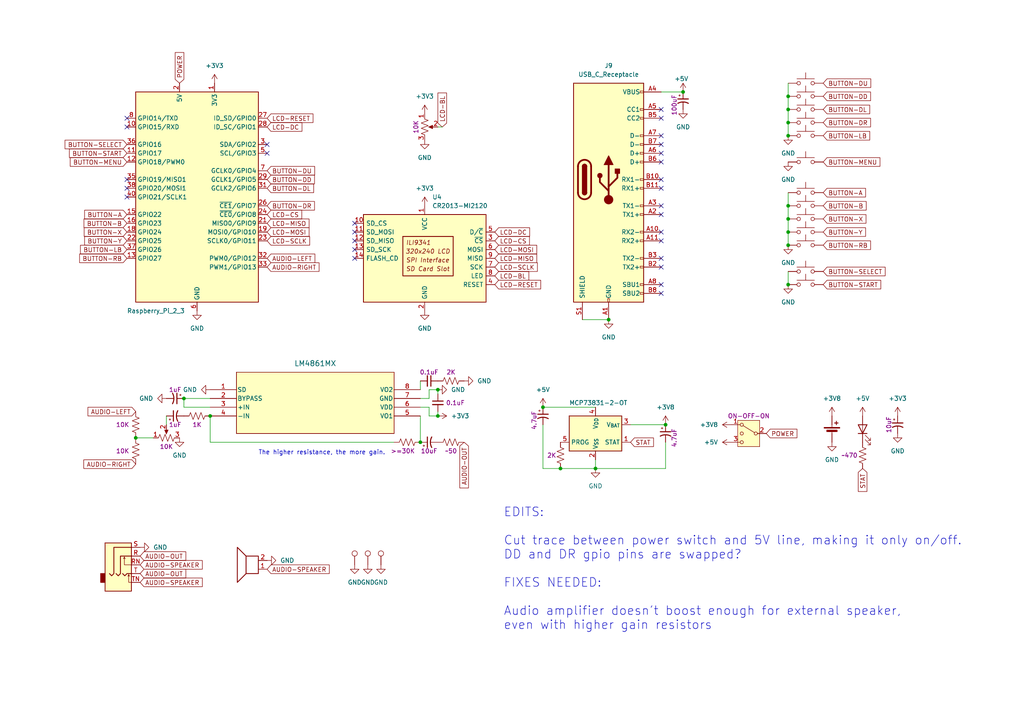
<source format=kicad_sch>
(kicad_sch (version 20230121) (generator eeschema)
  (paper "A4")
  (lib_symbols
    (symbol "Battery_Management:MCP73831-2-OT"
      (property "Reference" "U" (at -7.62 6.35 0))
      (property "Value" "MCP73831-2-OT" (at 1.27 6.35 0))
      (symbol "MCP73831-2-OT_0_1"
        (rectangle (start -7.62 5.08) (end 7.62 -5.08) (stroke (width 0.254)) (fill (type background)))
      )
      (symbol "MCP73831-2-OT_1_1"
        (pin tri_state line (at 10.16 -2.54 180) (length 2.54) (name "STAT") (number "1"))
        (pin power_in line (at 0 -7.62 90) (length 2.54) (name "V_{SS}") (number "2"))
        (pin power_out line (at 10.16 2.54 180) (length 2.54) (name "V_{BAT}") (number "3"))
        (pin power_in line (at 0 7.62 270) (length 2.54) (name "V_{DD}") (number "4"))
        (pin input line (at -10.16 -2.54 0) (length 2.54) (name "PROG") (number "5"))
      )
    )
    (symbol "Connector:Raspberry_Pi_2_3"
      (property "Reference" "J" (at -17.78 31.75 0))
      (property "Value" "Raspberry_Pi_2_3" (at 10.16 -31.75 0))
      (symbol "Raspberry_Pi_2_3_0_1"
        (rectangle (start -17.78 30.48) (end 17.78 -30.48) (stroke (width 0.254)) (fill (type background)))
      )
      (symbol "Raspberry_Pi_2_3_1_1"
        (pin power_in line (at 5.08 33.02 270) (length 2.54) (name "3V3") (number "1"))
        (pin bidirectional line (at -20.32 20.32 0) (length 2.54) (name "GPIO15/RXD") (number "10"))
        (pin bidirectional line (at -20.32 12.7 0) (length 2.54) (name "GPIO17") (number "11"))
        (pin bidirectional line (at -20.32 10.16 0) (length 2.54) (name "GPIO18/PWM0") (number "12"))
        (pin bidirectional line (at -20.32 -17.78 0) (length 2.54) (name "GPIO27") (number "13"))
        (pin passive line (at 0 -33.02 90) (length 2.54) hide (name "GND") (number "14"))
        (pin bidirectional line (at -20.32 -5.08 0) (length 2.54) (name "GPIO22") (number "15"))
        (pin bidirectional line (at -20.32 -7.62 0) (length 2.54) (name "GPIO23") (number "16"))
        (pin passive line (at 5.08 33.02 270) (length 2.54) hide (name "3V3") (number "17"))
        (pin bidirectional line (at -20.32 -10.16 0) (length 2.54) (name "GPIO24") (number "18"))
        (pin bidirectional line (at 20.32 -10.16 180) (length 2.54) (name "MOSI0/GPIO10") (number "19"))
        (pin power_in line (at -5.08 33.02 270) (length 2.54) (name "5V") (number "2"))
        (pin passive line (at 0 -33.02 90) (length 2.54) hide (name "GND") (number "20"))
        (pin bidirectional line (at 20.32 -7.62 180) (length 2.54) (name "MISO0/GPIO9") (number "21"))
        (pin bidirectional line (at -20.32 -12.7 0) (length 2.54) (name "GPIO25") (number "22"))
        (pin bidirectional line (at 20.32 -12.7 180) (length 2.54) (name "SCLK0/GPIO11") (number "23"))
        (pin bidirectional line (at 20.32 -5.08 180) (length 2.54) (name "~{CE0}/GPIO8") (number "24"))
        (pin passive line (at 0 -33.02 90) (length 2.54) hide (name "GND") (number "25"))
        (pin bidirectional line (at 20.32 -2.54 180) (length 2.54) (name "~{CE1}/GPIO7") (number "26"))
        (pin bidirectional line (at 20.32 22.86 180) (length 2.54) (name "ID_SD/GPIO0") (number "27"))
        (pin bidirectional line (at 20.32 20.32 180) (length 2.54) (name "ID_SC/GPIO1") (number "28"))
        (pin bidirectional line (at 20.32 5.08 180) (length 2.54) (name "GCLK1/GPIO5") (number "29"))
        (pin bidirectional line (at 20.32 15.24 180) (length 2.54) (name "SDA/GPIO2") (number "3"))
        (pin passive line (at 0 -33.02 90) (length 2.54) hide (name "GND") (number "30"))
        (pin bidirectional line (at 20.32 2.54 180) (length 2.54) (name "GCLK2/GPIO6") (number "31"))
        (pin bidirectional line (at 20.32 -17.78 180) (length 2.54) (name "PWM0/GPIO12") (number "32"))
        (pin bidirectional line (at 20.32 -20.32 180) (length 2.54) (name "PWM1/GPIO13") (number "33"))
        (pin passive line (at 0 -33.02 90) (length 2.54) hide (name "GND") (number "34"))
        (pin bidirectional line (at -20.32 5.08 0) (length 2.54) (name "GPIO19/MISO1") (number "35"))
        (pin bidirectional line (at -20.32 15.24 0) (length 2.54) (name "GPIO16") (number "36"))
        (pin bidirectional line (at -20.32 -15.24 0) (length 2.54) (name "GPIO26") (number "37"))
        (pin bidirectional line (at -20.32 2.54 0) (length 2.54) (name "GPIO20/MOSI1") (number "38"))
        (pin passive line (at 0 -33.02 90) (length 2.54) hide (name "GND") (number "39"))
        (pin passive line (at -5.08 33.02 270) (length 2.54) hide (name "5V") (number "4"))
        (pin bidirectional line (at -20.32 0 0) (length 2.54) (name "GPIO21/SCLK1") (number "40"))
        (pin bidirectional line (at 20.32 12.7 180) (length 2.54) (name "SCL/GPIO3") (number "5"))
        (pin power_in line (at 0 -33.02 90) (length 2.54) (name "GND") (number "6"))
        (pin bidirectional line (at 20.32 7.62 180) (length 2.54) (name "GCLK0/GPIO4") (number "7"))
        (pin bidirectional line (at -20.32 22.86 0) (length 2.54) (name "GPIO14/TXD") (number "8"))
        (pin passive line (at 0 -33.02 90) (length 2.54) hide (name "GND") (number "9"))
      )
    )
    (symbol "Connector:TestPoint" (pin_numbers hide) (pin_names (offset 0.762) hide)
      (property "Reference" "TP" (at 0 6.858 0))
      (property "Value" "TestPoint" (at 0 5.08 0))
      (symbol "TestPoint_0_1"
        (circle (center 0 3.302) (radius 0.762))
      )
      (symbol "TestPoint_1_1"
        (pin passive line (at 0 0 90) (length 2.54) (name "1") (number "1"))
      )
    )
    (symbol "Connector:USB_C_Receptacle" (pin_names (offset 1.016))
      (property "Reference" "J" (at -10.16 29.21 0))
      (property "Value" "USB_C_Receptacle" (at 10.16 29.21 0))
      (symbol "USB_C_Receptacle_0_0"
        (rectangle (start -0.254 -35.56) (end 0.254 -34.544))
        (rectangle (start 10.16 -32.766) (end 9.144 -33.274))
        (rectangle (start 10.16 -30.226) (end 9.144 -30.734))
        (rectangle (start 10.16 -25.146) (end 9.144 -25.654))
        (rectangle (start 10.16 -22.606) (end 9.144 -23.114))
        (rectangle (start 10.16 -17.526) (end 9.144 -18.034))
        (rectangle (start 10.16 -14.986) (end 9.144 -15.494))
        (rectangle (start 10.16 -9.906) (end 9.144 -10.414))
        (rectangle (start 10.16 -7.366) (end 9.144 -7.874))
        (rectangle (start 10.16 -2.286) (end 9.144 -2.794))
        (rectangle (start 10.16 0.254) (end 9.144 -0.254))
        (rectangle (start 10.16 5.334) (end 9.144 4.826))
        (rectangle (start 10.16 7.874) (end 9.144 7.366))
        (rectangle (start 10.16 10.414) (end 9.144 9.906))
        (rectangle (start 10.16 12.954) (end 9.144 12.446))
        (rectangle (start 10.16 18.034) (end 9.144 17.526))
        (rectangle (start 10.16 20.574) (end 9.144 20.066))
        (rectangle (start 10.16 25.654) (end 9.144 25.146))
      )
      (symbol "USB_C_Receptacle_0_1"
        (rectangle (start -10.16 27.94) (end 10.16 -35.56) (stroke (width 0.254)) (fill (type background)))
        (arc (start -8.89 -3.81) (mid -6.985 -5.7067) (end -5.08 -3.81) (stroke (width 0.508)))
        (arc (start -7.62 -3.81) (mid -6.985 -4.4423) (end -6.35 -3.81) (stroke (width 0.254)))
        (arc (start -7.62 -3.81) (mid -6.985 -4.4423) (end -6.35 -3.81) (stroke (width 0.254)) (fill (type outline)))
        (rectangle (start -7.62 -3.81) (end -6.35 3.81) (stroke (width 0.254)) (fill (type outline)))
        (arc (start -6.35 3.81) (mid -6.985 4.4423) (end -7.62 3.81) (stroke (width 0.254)))
        (arc (start -6.35 3.81) (mid -6.985 4.4423) (end -7.62 3.81) (stroke (width 0.254)) (fill (type outline)))
        (arc (start -5.08 3.81) (mid -6.985 5.7067) (end -8.89 3.81) (stroke (width 0.508)))
        (polyline (pts (xy -8.89 -3.81) (xy -8.89 3.81)) (stroke (width 0.508)))
        (polyline (pts (xy -5.08 3.81) (xy -5.08 -3.81)) (stroke (width 0.508)))
      )
      (symbol "USB_C_Receptacle_1_1"
        (circle (center -2.54 1.143) (radius 0.635) (stroke (width 0.254)) (fill (type outline)))
        (circle (center 0 -5.842) (radius 1.27) (fill (type outline)))
        (polyline (pts (xy 0 -5.842) (xy 0 4.318)) (stroke (width 0.508)))
        (polyline (pts (xy 0 -3.302) (xy -2.54 -0.762) (xy -2.54 0.508)) (stroke (width 0.508)))
        (polyline (pts (xy 0 -2.032) (xy 2.54 0.508) (xy 2.54 1.778)) (stroke (width 0.508)))
        (polyline (pts (xy -1.27 4.318) (xy 0 6.858) (xy 1.27 4.318) (xy -1.27 4.318)) (stroke (width 0.254)) (fill (type outline)))
        (rectangle (start 1.905 1.778) (end 3.175 3.048) (stroke (width 0.254)) (fill (type outline)))
        (pin passive line (at 0 -40.64 90) (length 5.08) (name "GND") (number "A1"))
        (pin bidirectional line (at 15.24 -15.24 180) (length 5.08) (name "RX2-") (number "A10"))
        (pin bidirectional line (at 15.24 -17.78 180) (length 5.08) (name "RX2+") (number "A11"))
        (pin passive line (at 0 -40.64 90) (length 5.08) hide (name "GND") (number "A12"))
        (pin bidirectional line (at 15.24 -10.16 180) (length 5.08) (name "TX1+") (number "A2"))
        (pin bidirectional line (at 15.24 -7.62 180) (length 5.08) (name "TX1-") (number "A3"))
        (pin passive line (at 15.24 25.4 180) (length 5.08) (name "VBUS") (number "A4"))
        (pin bidirectional line (at 15.24 20.32 180) (length 5.08) (name "CC1") (number "A5"))
        (pin bidirectional line (at 15.24 7.62 180) (length 5.08) (name "D+") (number "A6"))
        (pin bidirectional line (at 15.24 12.7 180) (length 5.08) (name "D-") (number "A7"))
        (pin bidirectional line (at 15.24 -30.48 180) (length 5.08) (name "SBU1") (number "A8"))
        (pin passive line (at 15.24 25.4 180) (length 5.08) hide (name "VBUS") (number "A9"))
        (pin passive line (at 0 -40.64 90) (length 5.08) hide (name "GND") (number "B1"))
        (pin bidirectional line (at 15.24 0 180) (length 5.08) (name "RX1-") (number "B10"))
        (pin bidirectional line (at 15.24 -2.54 180) (length 5.08) (name "RX1+") (number "B11"))
        (pin passive line (at 0 -40.64 90) (length 5.08) hide (name "GND") (number "B12"))
        (pin bidirectional line (at 15.24 -25.4 180) (length 5.08) (name "TX2+") (number "B2"))
        (pin bidirectional line (at 15.24 -22.86 180) (length 5.08) (name "TX2-") (number "B3"))
        (pin passive line (at 15.24 25.4 180) (length 5.08) hide (name "VBUS") (number "B4"))
        (pin bidirectional line (at 15.24 17.78 180) (length 5.08) (name "CC2") (number "B5"))
        (pin bidirectional line (at 15.24 5.08 180) (length 5.08) (name "D+") (number "B6"))
        (pin bidirectional line (at 15.24 10.16 180) (length 5.08) (name "D-") (number "B7"))
        (pin bidirectional line (at 15.24 -33.02 180) (length 5.08) (name "SBU2") (number "B8"))
        (pin passive line (at 15.24 25.4 180) (length 5.08) hide (name "VBUS") (number "B9"))
        (pin passive line (at -7.62 -40.64 90) (length 5.08) (name "SHIELD") (number "S1"))
      )
    )
    (symbol "Connector_Audio:AudioJack3_SwitchTR"
      (property "Reference" "J" (at 0 8.89 0))
      (property "Value" "AudioJack3_SwitchTR" (at 0 6.35 0))
      (symbol "AudioJack3_SwitchTR_0_1"
        (rectangle (start -5.08 -5.08) (end -6.35 -7.62) (stroke (width 0.254)) (fill (type outline)))
        (polyline (pts (xy 0.508 -0.254) (xy 0.762 -0.762)))
        (polyline (pts (xy 1.778 -5.334) (xy 2.032 -5.842)))
        (polyline (pts (xy 0 -5.08) (xy 0.635 -5.715) (xy 1.27 -5.08) (xy 2.54 -5.08)) (stroke (width 0.254)))
        (polyline (pts (xy 2.54 -7.62) (xy 1.778 -7.62) (xy 1.778 -5.334) (xy 1.524 -5.842)))
        (polyline (pts (xy 2.54 -2.54) (xy 0.508 -2.54) (xy 0.508 -0.254) (xy 0.254 -0.762)))
        (polyline (pts (xy -1.905 -5.08) (xy -1.27 -5.715) (xy -0.635 -5.08) (xy -0.635 0) (xy 2.54 0)) (stroke (width 0.254)))
        (polyline (pts (xy 2.54 2.54) (xy -2.54 2.54) (xy -2.54 -5.08) (xy -3.175 -5.715) (xy -3.81 -5.08)) (stroke (width 0.254)))
        (rectangle (start 2.54 3.81) (end -5.08 -10.16) (stroke (width 0.254)) (fill (type background)))
      )
      (symbol "AudioJack3_SwitchTR_1_1"
        (pin passive line (at 5.08 0 180) (length 2.54) (name "~") (number "R"))
        (pin passive line (at 5.08 -2.54 180) (length 2.54) (name "~") (number "RN"))
        (pin passive line (at 5.08 2.54 180) (length 2.54) (name "~") (number "S"))
        (pin passive line (at 5.08 -5.08 180) (length 2.54) (name "~") (number "T"))
        (pin passive line (at 5.08 -7.62 180) (length 2.54) (name "~") (number "TN"))
      )
    )
    (symbol "Device:Battery_Cell" (pin_numbers hide) (pin_names (offset 0) hide)
      (property "Reference" "BT" (at 2.54 2.54 0))
      (property "Value" "Battery_Cell" (at 2.54 0 0))
      (symbol "Battery_Cell_0_1"
        (rectangle (start -2.286 1.778) (end 2.286 1.524) (fill (type outline)))
        (rectangle (start -1.524 1.016) (end 1.524 0.508) (fill (type outline)))
        (polyline (pts (xy 0 0.762) (xy 0 0)))
        (polyline (pts (xy 0 1.778) (xy 0 2.54)))
        (polyline (pts (xy 0.762 3.048) (xy 1.778 3.048)) (stroke (width 0.254)))
        (polyline (pts (xy 1.27 3.556) (xy 1.27 2.54)) (stroke (width 0.254)))
      )
      (symbol "Battery_Cell_1_1"
        (pin passive line (at 0 5.08 270) (length 2.54) (name "+") (number "1"))
        (pin passive line (at 0 -2.54 90) (length 2.54) (name "-") (number "2"))
      )
    )
    (symbol "Device:C_Polarized_Small_US" (pin_numbers hide) (pin_names (offset 0.254) hide)
      (property "Reference" "C" (at 0.254 1.778 0))
      (property "Value" "C_Polarized_Small_US" (at 0.254 -2.032 0))
      (symbol "C_Polarized_Small_US_0_1"
        (polyline (pts (xy -1.524 0.508) (xy 1.524 0.508)) (stroke (width 0.3048)))
        (polyline (pts (xy -1.27 1.524) (xy -0.762 1.524)))
        (polyline (pts (xy -1.016 1.27) (xy -1.016 1.778)))
        (arc (start 1.524 -0.762) (mid 0 -0.3734) (end -1.524 -0.762) (stroke (width 0.3048)))
      )
      (symbol "C_Polarized_Small_US_1_1"
        (pin passive line (at 0 2.54 270) (length 2.032) (name "~") (number "1"))
        (pin passive line (at 0 -2.54 90) (length 2.032) (name "~") (number "2"))
      )
    )
    (symbol "Device:C_Small" (pin_numbers hide) (pin_names (offset 0.254) hide)
      (property "Reference" "C" (at 0.254 1.778 0))
      (property "Value" "C_Small" (at 0.254 -2.032 0))
      (symbol "C_Small_0_1"
        (polyline (pts (xy -1.524 -0.508) (xy 1.524 -0.508)) (stroke (width 0.3302)))
        (polyline (pts (xy -1.524 0.508) (xy 1.524 0.508)) (stroke (width 0.3048)))
      )
      (symbol "C_Small_1_1"
        (pin passive line (at 0 2.54 270) (length 2.032) (name "~") (number "1"))
        (pin passive line (at 0 -2.54 90) (length 2.032) (name "~") (number "2"))
      )
    )
    (symbol "Device:LED" (pin_numbers hide) (pin_names (offset 1.016) hide)
      (property "Reference" "D" (at 0 2.54 0))
      (property "Value" "LED" (at 0 -2.54 0))
      (symbol "LED_0_1"
        (polyline (pts (xy -1.27 -1.27) (xy -1.27 1.27)) (stroke (width 0.254)))
        (polyline (pts (xy -1.27 0) (xy 1.27 0)))
        (polyline (pts (xy 1.27 -1.27) (xy 1.27 1.27) (xy -1.27 0) (xy 1.27 -1.27)) (stroke (width 0.254)))
        (polyline (pts (xy -3.048 -0.762) (xy -4.572 -2.286) (xy -3.81 -2.286) (xy -4.572 -2.286) (xy -4.572 -1.524)))
        (polyline (pts (xy -1.778 -0.762) (xy -3.302 -2.286) (xy -2.54 -2.286) (xy -3.302 -2.286) (xy -3.302 -1.524)))
      )
      (symbol "LED_1_1"
        (pin passive line (at -3.81 0 0) (length 2.54) (name "K") (number "1"))
        (pin passive line (at 3.81 0 180) (length 2.54) (name "A") (number "2"))
      )
    )
    (symbol "Device:R_Potentiometer_US" (pin_names (offset 1.016) hide)
      (property "Reference" "RV" (at -4.445 0 90))
      (property "Value" "R_Potentiometer_US" (at -2.54 0 90))
      (symbol "R_Potentiometer_US_0_1"
        (polyline (pts (xy 0 -2.286) (xy 0 -2.54)))
        (polyline (pts (xy 0 2.54) (xy 0 2.286)))
        (polyline (pts (xy 2.54 0) (xy 1.524 0)))
        (polyline (pts (xy 1.143 0) (xy 2.286 0.508) (xy 2.286 -0.508) (xy 1.143 0)) (fill (type outline)))
        (polyline (pts (xy 0 -0.762) (xy 1.016 -1.143) (xy 0 -1.524) (xy -1.016 -1.905) (xy 0 -2.286)))
        (polyline (pts (xy 0 0.762) (xy 1.016 0.381) (xy 0 0) (xy -1.016 -0.381) (xy 0 -0.762)))
        (polyline (pts (xy 0 2.286) (xy 1.016 1.905) (xy 0 1.524) (xy -1.016 1.143) (xy 0 0.762)))
      )
      (symbol "R_Potentiometer_US_1_1"
        (pin passive line (at 0 3.81 270) (length 1.27) (name "1") (number "1"))
        (pin passive line (at 3.81 0 180) (length 1.27) (name "2") (number "2"))
        (pin passive line (at 0 -3.81 90) (length 1.27) (name "3") (number "3"))
      )
    )
    (symbol "Device:R_US" (pin_numbers hide) (pin_names (offset 0))
      (property "Reference" "R" (at 2.54 0 90))
      (property "Value" "R_US" (at -2.54 0 90))
      (symbol "R_US_0_1"
        (polyline (pts (xy 0 -2.286) (xy 0 -2.54)))
        (polyline (pts (xy 0 2.286) (xy 0 2.54)))
        (polyline (pts (xy 0 -0.762) (xy 1.016 -1.143) (xy 0 -1.524) (xy -1.016 -1.905) (xy 0 -2.286)))
        (polyline (pts (xy 0 0.762) (xy 1.016 0.381) (xy 0 0) (xy -1.016 -0.381) (xy 0 -0.762)))
        (polyline (pts (xy 0 2.286) (xy 1.016 1.905) (xy 0 1.524) (xy -1.016 1.143) (xy 0 0.762)))
      )
      (symbol "R_US_1_1"
        (pin passive line (at 0 3.81 270) (length 1.27) (name "~") (number "1"))
        (pin passive line (at 0 -3.81 90) (length 1.27) (name "~") (number "2"))
      )
    )
    (symbol "Device:Speaker" (pin_names (offset 0) hide)
      (property "Reference" "LS" (at 1.27 5.715 0))
      (property "Value" "Speaker" (at 1.27 3.81 0))
      (symbol "Speaker_0_0"
        (rectangle (start -2.54 1.27) (end 1.016 -3.81) (stroke (width 0.254)))
        (polyline (pts (xy 1.016 1.27) (xy 3.556 3.81) (xy 3.556 -6.35) (xy 1.016 -3.81)) (stroke (width 0.254)))
      )
      (symbol "Speaker_1_1"
        (pin input line (at -5.08 0 0) (length 2.54) (name "1") (number "1"))
        (pin input line (at -5.08 -2.54 0) (length 2.54) (name "2") (number "2"))
      )
    )
    (symbol "Driver_Display:CR2013-MI2120" (pin_names (offset 0.762))
      (property "Reference" "U" (at -17.526 13.97 0))
      (property "Value" "CR2013-MI2120" (at 1.905 13.97 0))
      (symbol "CR2013-MI2120_0_0"
        (text "320x240 LCD" (at 0.889 2.032 0) (effects (font (size 1.27 1.27) italic)))
        (text "ILI9341" (at -5.461 4.572 0) (effects (font (size 1.27 1.27) italic) (justify left)))
        (text "SD Card Slot" (at -5.461 -3.048 0) (effects (font (size 1.27 1.27) italic) (justify left)))
        (text "SPI Interface" (at -5.461 -0.508 0) (effects (font (size 1.27 1.27) italic) (justify left)))
      )
      (symbol "CR2013-MI2120_0_1"
        (rectangle (start -17.78 12.7) (end 17.78 -12.7) (stroke (width 0.254)) (fill (type background)))
        (rectangle (start -6.35 6.35) (end 8.255 -5.08) (stroke (width 0.254)))
      )
      (symbol "CR2013-MI2120_1_1"
        (pin power_in line (at 0 15.24 270) (length 2.54) (name "VCC") (number "1"))
        (pin input line (at -20.32 10.16 0) (length 2.54) (name "SD_CS") (number "10"))
        (pin input line (at -20.32 7.62 0) (length 2.54) (name "SD_MOSI") (number "11"))
        (pin output line (at -20.32 5.08 0) (length 2.54) (name "SD_MISO") (number "12"))
        (pin input line (at -20.32 2.54 0) (length 2.54) (name "SD_SCK") (number "13"))
        (pin input line (at -20.32 0 0) (length 2.54) (name "FLASH_CD") (number "14"))
        (pin power_in line (at 0 -15.24 90) (length 2.54) (name "GND") (number "2"))
        (pin input line (at 20.32 5.08 180) (length 2.54) (name "~{CS}") (number "3"))
        (pin input line (at 20.32 -7.62 180) (length 2.54) (name "RESET") (number "4"))
        (pin input line (at 20.32 7.62 180) (length 2.54) (name "D/~{C}") (number "5"))
        (pin input line (at 20.32 2.54 180) (length 2.54) (name "MOSI") (number "6"))
        (pin input line (at 20.32 -2.54 180) (length 2.54) (name "SCK") (number "7"))
        (pin input line (at 20.32 -5.08 180) (length 2.54) (name "LED") (number "8"))
        (pin output line (at 20.32 0 180) (length 2.54) (name "MISO") (number "9"))
      )
    )
    (symbol "LM4861:LM4861MX" (pin_names (offset 0.254))
      (property "Reference" "U3" (at 30.48 10.16 0))
      (property "Value" "LM4861MX" (at 30.48 7.62 0))
      (symbol "LM4861MX_0_1"
        (polyline (pts (xy 7.62 -12.7) (xy 53.34 -12.7)) (stroke (width 0.127)))
        (polyline (pts (xy 7.62 5.08) (xy 7.62 -12.7)) (stroke (width 0.127)))
        (polyline (pts (xy 53.34 -12.7) (xy 53.34 5.08)) (stroke (width 0.127)))
        (polyline (pts (xy 53.34 5.08) (xy 7.62 5.08)) (stroke (width 0.127)))
        (pin input line (at 0 0 0) (length 7.62) (name "SD") (number "1"))
        (pin passive line (at 0 -2.54 0) (length 7.62) (name "BYPASS") (number "2"))
        (pin input line (at 0 -5.08 0) (length 7.62) (name "+IN") (number "3"))
        (pin input line (at 0 -7.62 0) (length 7.62) (name "-IN") (number "4"))
        (pin output line (at 60.96 -7.62 180) (length 7.62) (name "VO1") (number "5"))
        (pin power_in line (at 60.96 -5.08 180) (length 7.62) (name "VDD") (number "6"))
        (pin power_in line (at 60.96 -2.54 180) (length 7.62) (name "GND") (number "7"))
        (pin output line (at 60.96 0 180) (length 7.62) (name "VO2") (number "8"))
      )
      (symbol "LM4861MX_1_1"
        (rectangle (start 7.62 5.08) (end 53.34 -12.7) (fill (type background)))
      )
    )
    (symbol "Switch:SW_Push" (pin_numbers hide) (pin_names (offset 1.016) hide)
      (property "Reference" "SW" (at 1.27 2.54 0))
      (property "Value" "SW_Push" (at 0 -1.524 0))
      (symbol "SW_Push_0_1"
        (circle (center -2.032 0) (radius 0.508))
        (polyline (pts (xy 0 1.27) (xy 0 3.048)))
        (polyline (pts (xy 2.54 1.27) (xy -2.54 1.27)))
        (circle (center 2.032 0) (radius 0.508))
        (pin passive line (at -5.08 0 0) (length 2.54) (name "1") (number "1"))
        (pin passive line (at 5.08 0 180) (length 2.54) (name "2") (number "2"))
      )
    )
    (symbol "Switch:SW_SPDT_MSM" (pin_names (offset 0) hide)
      (property "Reference" "SW" (at 0 5.08 0))
      (property "Value" "SW_SPDT_MSM" (at 0 -5.08 0))
      (symbol "SW_SPDT_MSM_0_1"
        (circle (center -2.032 0) (radius 0.4572))
        (polyline (pts (xy -1.651 0.254) (xy 1.651 2.286)))
        (circle (center 2.032 -2.54) (radius 0.4572))
        (circle (center 2.032 0) (radius 0.4572))
        (circle (center 2.032 2.54) (radius 0.4572))
      )
      (symbol "SW_SPDT_MSM_1_1"
        (rectangle (start -3.175 3.81) (end 3.175 -3.81) (fill (type background)))
        (pin passive line (at 5.08 2.54 180) (length 2.54) (name "1") (number "1"))
        (pin passive line (at -5.08 0 0) (length 2.54) (name "3") (number "2"))
        (pin passive line (at 5.08 -2.54 180) (length 2.54) (name "4") (number "3"))
      )
    )
    (symbol "power:+3V3" (power) (pin_names (offset 0))
      (property "Value" "+3V3" (at 0 3.556 0))
      (symbol "+3V3_0_1"
        (polyline (pts (xy -0.762 1.27) (xy 0 2.54)))
        (polyline (pts (xy 0 0) (xy 0 2.54)))
        (polyline (pts (xy 0 2.54) (xy 0.762 1.27)))
      )
      (symbol "+3V3_1_1"
        (pin power_in line (at 0 0 90) (length 0) hide (name "+3V3") (number "1"))
      )
    )
    (symbol "power:+3V8" (power) (pin_names (offset 0))
      (property "Value" "+3V8" (at 0 3.556 0))
      (symbol "+3V8_0_1"
        (polyline (pts (xy -0.762 1.27) (xy 0 2.54)))
        (polyline (pts (xy 0 0) (xy 0 2.54)))
        (polyline (pts (xy 0 2.54) (xy 0.762 1.27)))
      )
      (symbol "+3V8_1_1"
        (pin power_in line (at 0 0 90) (length 0) hide (name "+3V8") (number "1"))
      )
    )
    (symbol "power:+5V" (power) (pin_names (offset 0))
      (property "Value" "+5V" (at 0 3.556 0))
      (symbol "+5V_0_1"
        (polyline (pts (xy -0.762 1.27) (xy 0 2.54)))
        (polyline (pts (xy 0 0) (xy 0 2.54)))
        (polyline (pts (xy 0 2.54) (xy 0.762 1.27)))
      )
      (symbol "+5V_1_1"
        (pin power_in line (at 0 0 90) (length 0) hide (name "+5V") (number "1"))
      )
    )
    (symbol "power:GND" (power) (pin_names (offset 0))
      (property "Value" "GND" (at 0 -3.81 0))
      (symbol "GND_0_1"
        (polyline (pts (xy 0 0) (xy 0 -1.27) (xy 1.27 -1.27) (xy 0 -2.54) (xy -1.27 -1.27) (xy 0 -1.27)))
      )
      (symbol "GND_1_1"
        (pin power_in line (at 0 0 270) (length 0) hide (name "GND") (number "1"))
      )
    )
  )
  (junction (at 157.48 118.11))
  (junction (at 60.96 120.65))
  (junction (at 162.56 135.89))
  (junction (at 228.6 27.94))
  (junction (at 193.04 123.19))
  (junction (at 127 120.65))
  (junction (at 228.6 59.69))
  (junction (at 172.72 135.89))
  (junction (at 228.6 82.55))
  (junction (at 198.12 26.67))
  (junction (at 176.53 92.71))
  (junction (at 121.92 128.27))
  (junction (at 53.34 115.57))
  (junction (at 228.6 63.5))
  (junction (at 39.37 127))
  (junction (at 127 113.03))
  (junction (at 228.6 39.37))
  (junction (at 228.6 67.31))
  (junction (at 228.6 71.12))
  (junction (at 228.6 35.56))
  (junction (at 228.6 31.75))
  (no_connect (at 191.77 77.47))
  (no_connect (at 102.87 64.77))
  (no_connect (at 191.77 52.07))
  (no_connect (at 191.77 34.29))
  (no_connect (at 191.77 69.85))
  (no_connect (at 191.77 67.31))
  (no_connect (at 102.87 69.85))
  (no_connect (at 191.77 74.93))
  (no_connect (at 36.83 36.83))
  (no_connect (at 191.77 41.91))
  (no_connect (at 36.83 57.15))
  (no_connect (at 102.87 67.31))
  (no_connect (at 77.47 41.91))
  (no_connect (at 191.77 39.37))
  (no_connect (at 191.77 62.23))
  (no_connect (at 191.77 82.55))
  (no_connect (at 36.83 34.29))
  (no_connect (at 191.77 46.99))
  (no_connect (at 102.87 72.39))
  (no_connect (at 191.77 85.09))
  (no_connect (at 77.47 44.45))
  (no_connect (at 36.83 54.61))
  (no_connect (at 191.77 59.69))
  (no_connect (at 191.77 31.75))
  (no_connect (at 191.77 44.45))
  (no_connect (at 102.87 74.93))
  (no_connect (at 191.77 54.61))
  (no_connect (at 36.83 52.07))
  (wire (pts (xy 128.27 36.83) (xy 127 36.83)))
  (wire (pts (xy 157.48 118.11) (xy 172.72 118.11)))
  (wire (pts (xy 124.46 120.65) (xy 127 120.65)))
  (wire (pts (xy 39.37 127) (xy 44.45 127)))
  (wire (pts (xy 191.77 26.67) (xy 198.12 26.67)))
  (wire (pts (xy 228.6 31.75) (xy 228.6 27.94)))
  (wire (pts (xy 162.56 135.89) (xy 172.72 135.89)))
  (wire (pts (xy 124.46 118.11) (xy 121.92 118.11)))
  (wire (pts (xy 228.6 67.31) (xy 228.6 63.5)))
  (wire (pts (xy 60.96 118.11) (xy 53.34 118.11)))
  (wire (pts (xy 124.46 115.57) (xy 124.46 113.03)))
  (wire (pts (xy 228.6 35.56) (xy 228.6 31.75)))
  (wire (pts (xy 172.72 135.89) (xy 172.72 133.35)))
  (wire (pts (xy 193.04 128.27) (xy 193.04 135.89)))
  (wire (pts (xy 228.6 82.55) (xy 228.6 78.74)))
  (wire (pts (xy 114.3 128.27) (xy 60.96 128.27)))
  (wire (pts (xy 127 120.65) (xy 127 119.38)))
  (wire (pts (xy 157.48 123.19) (xy 157.48 135.89)))
  (wire (pts (xy 60.96 115.57) (xy 53.34 115.57)))
  (wire (pts (xy 121.92 110.49) (xy 121.92 113.03)))
  (wire (pts (xy 193.04 135.89) (xy 172.72 135.89)))
  (wire (pts (xy 228.6 59.69) (xy 228.6 55.88)))
  (wire (pts (xy 127 113.03) (xy 127 114.3)))
  (wire (pts (xy 124.46 115.57) (xy 121.92 115.57)))
  (wire (pts (xy 228.6 63.5) (xy 228.6 59.69)))
  (wire (pts (xy 228.6 67.31) (xy 228.6 71.12)))
  (wire (pts (xy 124.46 118.11) (xy 124.46 120.65)))
  (wire (pts (xy 60.96 128.27) (xy 60.96 120.65)))
  (wire (pts (xy 53.34 115.57) (xy 53.34 118.11)))
  (wire (pts (xy 228.6 35.56) (xy 228.6 39.37)))
  (wire (pts (xy 48.26 120.65) (xy 48.26 123.19)))
  (wire (pts (xy 176.53 92.71) (xy 168.91 92.71)))
  (wire (pts (xy 193.04 123.19) (xy 182.88 123.19)))
  (wire (pts (xy 228.6 27.94) (xy 228.6 24.13)))
  (wire (pts (xy 121.92 120.65) (xy 121.92 128.27)))
  (wire (pts (xy 157.48 135.89) (xy 162.56 135.89)))
  (wire (pts (xy 124.46 113.03) (xy 127 113.03)))
  (text "The higher resistance, the more gain." (at 74.93 132.08 0) (effects (font (size 1.27 1.27)) (justify left bottom)))
  (text "EDITS:\n\nCut trace between power switch and 5V line, making it only on/off.\nDD and DR gpio pins are swapped?\n\nFIXES NEEDED:\n\nAudio amplifier doesn't boost enough for external speaker,\neven with higher gain resistors" (at 146.05 182.88 0) (effects (font (size 2.54 2.54)) (justify left bottom)))
  (global_label "AUDIO-SPEAKER" (shape input) (at 40.64 163.83 0) (property "Intersheetrefs" "${INTERSHEET_REFS}" (effects hide)))
  (global_label "BUTTON-SELECT" (shape input) (at 36.83 41.91 180) (property "Intersheetrefs" "${INTERSHEET_REFS}" (effects hide)))
  (global_label "BUTTON-DL" (shape input) (at 77.47 54.61 0) (property "Intersheetrefs" "${INTERSHEET_REFS}" (effects hide)))
  (global_label "BUTTON-B" (shape input) (at 238.76 59.69 0) (property "Intersheetrefs" "${INTERSHEET_REFS}" (effects hide)))
  (global_label "AUDIO-OUT" (shape input) (at 40.64 161.29 0) (property "Intersheetrefs" "${INTERSHEET_REFS}" (effects hide)))
  (global_label "BUTTON-LB" (shape input) (at 36.83 72.39 180) (property "Intersheetrefs" "${INTERSHEET_REFS}" (effects hide)))
  (global_label "LCD-MISO" (shape input) (at 77.47 64.77 0) (property "Intersheetrefs" "${INTERSHEET_REFS}" (effects hide)))
  (global_label "LCD-SCLK" (shape input) (at 77.47 69.85 0) (property "Intersheetrefs" "${INTERSHEET_REFS}" (effects hide)))
  (global_label "AUDIO-OUT" (shape input) (at 40.64 166.37 0) (property "Intersheetrefs" "${INTERSHEET_REFS}" (effects hide)))
  (global_label "LCD-MOSI" (shape input) (at 143.51 72.39 0) (property "Intersheetrefs" "${INTERSHEET_REFS}" (effects hide)))
  (global_label "BUTTON-B" (shape input) (at 36.83 64.77 180) (property "Intersheetrefs" "${INTERSHEET_REFS}" (effects hide)))
  (global_label "BUTTON-X" (shape input) (at 238.76 63.5 0) (property "Intersheetrefs" "${INTERSHEET_REFS}" (effects hide)))
  (global_label "STAT" (shape input) (at 182.88 128.27 0) (property "Intersheetrefs" "${INTERSHEET_REFS}" (effects hide)))
  (global_label "BUTTON-Y" (shape input) (at 36.83 69.85 180) (property "Intersheetrefs" "${INTERSHEET_REFS}" (effects hide)))
  (global_label "BUTTON-A" (shape input) (at 238.76 55.88 0) (property "Intersheetrefs" "${INTERSHEET_REFS}" (effects hide)))
  (global_label "BUTTON-DR" (shape input) (at 238.76 35.56 0) (property "Intersheetrefs" "${INTERSHEET_REFS}" (effects hide)))
  (global_label "AUDIO-LEFT" (shape input) (at 77.47 74.93 0) (property "Intersheetrefs" "${INTERSHEET_REFS}" (effects hide)))
  (global_label "LCD-CS" (shape input) (at 143.51 69.85 0) (property "Intersheetrefs" "${INTERSHEET_REFS}" (effects hide)))
  (global_label "BUTTON-START" (shape input) (at 36.83 44.45 180) (property "Intersheetrefs" "${INTERSHEET_REFS}" (effects hide)))
  (global_label "AUDIO-RIGHT" (shape input) (at 39.37 134.62 180) (property "Intersheetrefs" "${INTERSHEET_REFS}" (effects hide)))
  (global_label "AUDIO-RIGHT" (shape input) (at 77.47 77.47 0) (property "Intersheetrefs" "${INTERSHEET_REFS}" (effects hide)))
  (global_label "BUTTON-MENU" (shape input) (at 238.76 46.99 0) (property "Intersheetrefs" "${INTERSHEET_REFS}" (effects hide)))
  (global_label "BUTTON-RB" (shape input) (at 36.83 74.93 180) (property "Intersheetrefs" "${INTERSHEET_REFS}" (effects hide)))
  (global_label "BUTTON-DU" (shape input) (at 77.47 49.53 0) (property "Intersheetrefs" "${INTERSHEET_REFS}" (effects hide)))
  (global_label "BUTTON-START" (shape input) (at 238.76 82.55 0) (property "Intersheetrefs" "${INTERSHEET_REFS}" (effects hide)))
  (global_label "BUTTON-DD" (shape input) (at 238.76 27.94 0) (property "Intersheetrefs" "${INTERSHEET_REFS}" (effects hide)))
  (global_label "BUTTON-A" (shape input) (at 36.83 62.23 180) (property "Intersheetrefs" "${INTERSHEET_REFS}" (effects hide)))
  (global_label "AUDIO-SPEAKER" (shape input) (at 77.47 165.1 0) (property "Intersheetrefs" "${INTERSHEET_REFS}" (effects hide)))
  (global_label "BUTTON-SELECT" (shape input) (at 238.76 78.74 0) (property "Intersheetrefs" "${INTERSHEET_REFS}" (effects hide)))
  (global_label "LCD-BL" (shape input) (at 143.51 80.01 0) (property "Intersheetrefs" "${INTERSHEET_REFS}" (effects hide)))
  (global_label "POWER" (shape input) (at 222.25 125.73 0) (property "Intersheetrefs" "${INTERSHEET_REFS}" (effects hide)))
  (global_label "BUTTON-DR" (shape input) (at 77.47 59.69 0) (property "Intersheetrefs" "${INTERSHEET_REFS}" (effects hide)))
  (global_label "LCD-DC" (shape input) (at 77.47 36.83 0) (property "Intersheetrefs" "${INTERSHEET_REFS}" (effects hide)))
  (global_label "BUTTON-LB" (shape input) (at 238.76 39.37 0) (property "Intersheetrefs" "${INTERSHEET_REFS}" (effects hide)))
  (global_label "BUTTON-DU" (shape input) (at 238.76 24.13 0) (property "Intersheetrefs" "${INTERSHEET_REFS}" (effects hide)))
  (global_label "LCD-DC" (shape input) (at 143.51 67.31 0) (property "Intersheetrefs" "${INTERSHEET_REFS}" (effects hide)))
  (global_label "LCD-MOSI" (shape input) (at 77.47 67.31 0) (property "Intersheetrefs" "${INTERSHEET_REFS}" (effects hide)))
  (global_label "LCD-RESET" (shape input) (at 143.51 82.55 0) (property "Intersheetrefs" "${INTERSHEET_REFS}" (effects hide)))
  (global_label "BUTTON-RB" (shape input) (at 238.76 71.12 0) (property "Intersheetrefs" "${INTERSHEET_REFS}" (effects hide)))
  (global_label "BUTTON-DD" (shape input) (at 77.47 52.07 0) (property "Intersheetrefs" "${INTERSHEET_REFS}" (effects hide)))
  (global_label "LCD-BL" (shape input) (at 128.27 36.83 90) (property "Intersheetrefs" "${INTERSHEET_REFS}" (effects hide)))
  (global_label "AUDIO-OUT" (shape input) (at 134.62 128.27 270) (property "Intersheetrefs" "${INTERSHEET_REFS}" (effects hide)))
  (global_label "LCD-MISO" (shape input) (at 143.51 74.93 0) (property "Intersheetrefs" "${INTERSHEET_REFS}" (effects hide)))
  (global_label "BUTTON-MENU" (shape input) (at 36.83 46.99 180) (property "Intersheetrefs" "${INTERSHEET_REFS}" (effects hide)))
  (global_label "BUTTON-DL" (shape input) (at 238.76 31.75 0) (property "Intersheetrefs" "${INTERSHEET_REFS}" (effects hide)))
  (global_label "BUTTON-Y" (shape input) (at 238.76 67.31 0) (property "Intersheetrefs" "${INTERSHEET_REFS}" (effects hide)))
  (global_label "LCD-RESET" (shape input) (at 77.47 34.29 0) (property "Intersheetrefs" "${INTERSHEET_REFS}" (effects hide)))
  (global_label "STAT" (shape input) (at 250.19 135.89 270) (property "Intersheetrefs" "${INTERSHEET_REFS}" (effects hide)))
  (global_label "LCD-CS" (shape input) (at 77.47 62.23 0) (property "Intersheetrefs" "${INTERSHEET_REFS}" (effects hide)))
  (global_label "BUTTON-X" (shape input) (at 36.83 67.31 180) (property "Intersheetrefs" "${INTERSHEET_REFS}" (effects hide)))
  (global_label "POWER" (shape input) (at 52.07 24.13 90) (property "Intersheetrefs" "${INTERSHEET_REFS}" (effects hide)))
  (global_label "AUDIO-LEFT" (shape input) (at 39.37 119.38 180) (property "Intersheetrefs" "${INTERSHEET_REFS}" (effects hide)))
  (global_label "AUDIO-SPEAKER" (shape input) (at 40.64 168.91 0) (property "Intersheetrefs" "${INTERSHEET_REFS}" (effects hide)))
  (global_label "LCD-SCLK" (shape input) (at 143.51 77.47 0) (property "Intersheetrefs" "${INTERSHEET_REFS}" (effects hide)))
  (symbol (lib_id "Device:C_Small") (at 124.46 110.49 270) (unit 1)
    (property "Reference" "C7" (effects hide))
    (property "Value" "C_Small" (effects hide))
    (property "Footprint" "Capacitor_SMD:C_1206_3216Metric_Pad1.33x1.80mm_HandSolder" (effects hide))
    (property "Field4" "0.1uF" (at 124.46 107.95 90))
  )
  (symbol (lib_id "power:GND") (at 260.35 125.73 0) (unit 1)
    (property "Reference" "#PWR055" (effects hide))
    (property "Value" "GND" (at 260.35 130.81 0))
  )
  (symbol (lib_id "Device:R_US") (at 162.56 132.08 0) (unit 1)
    (property "Reference" "R1" (effects hide))
    (property "Value" "R_US" (effects hide))
    (property "Footprint" "Resistor_SMD:R_1206_3216Metric_Pad1.30x1.75mm_HandSolder" (effects hide))
    (property "Field4" "2K" (at 160.02 132.08 0))
  )
  (symbol (lib_id "power:+3V3") (at 123.19 59.69 0) (unit 1)
    (property "Reference" "#PWR026" (effects hide))
    (property "Value" "+3V3" (at 123.19 54.61 0))
  )
  (symbol (lib_id "Connector:TestPoint") (at 106.68 163.83 0) (unit 1)
    (property "Reference" "TP3" (effects hide))
    (property "Value" "TestPoint" (effects hide))
    (property "Footprint" "RPi02W-PeanutGB:ScrewHole-RPiZero" (effects hide))
  )
  (symbol (lib_id "power:+5V") (at 198.12 26.67 0) (unit 1)
    (property "Reference" "#PWR023" (effects hide))
    (property "Value" "+5V" (at 195.58 22.86 0) (effects (justify left)))
  )
  (symbol (lib_id "power:GND") (at 123.19 40.64 0) (unit 1)
    (property "Reference" "#PWR014" (effects hide))
    (property "Value" "GND" (at 123.19 45.72 0))
  )
  (symbol (lib_id "Device:C_Polarized_Small_US") (at 50.8 115.57 270) (unit 1)
    (property "Reference" "C4" (effects hide))
    (property "Value" "C_Polarized_Small_US" (effects hide))
    (property "Footprint" "Capacitor_SMD:CP_Elec_4x5.8" (effects hide))
    (property "Field4" "1uF" (at 50.8 113.03 90))
  )
  (symbol (lib_id "power:GND") (at 40.64 158.75 90) (unit 1)
    (property "Reference" "#PWR020" (effects hide))
    (property "Value" "GND" (at 44.45 158.75 90) (effects (justify right)))
  )
  (symbol (lib_id "power:GND") (at 198.12 31.75 0) (unit 1)
    (property "Reference" "#PWR053" (effects hide))
    (property "Value" "GND" (at 198.12 36.83 0))
  )
  (symbol (lib_id "power:+3V3") (at 62.23 24.13 0) (unit 1)
    (property "Reference" "#PWR01" (effects hide))
    (property "Value" "+3V3" (at 62.23 19.05 0))
  )
  (symbol (lib_id "Switch:SW_Push") (at 233.68 35.56 0) (unit 1)
    (property "Reference" "SW5" (effects hide))
    (property "Value" "SW_Push" (effects hide))
    (property "Footprint" "Button_Switch_THT:SW_PUSH_6mm" (effects hide))
  )
  (symbol (lib_id "Switch:SW_SPDT_MSM") (at 217.17 125.73 0) (mirror y) (unit 1)
    (property "Reference" "SW1" (effects hide))
    (property "Value" "SW_SPDT_MSM" (effects hide))
    (property "Footprint" "RPi02W-PeanutGB:48BFSP1M6QT" (effects hide))
    (property "Field4" "ON-OFF-ON" (at 217.17 120.65 0))
  )
  (symbol (lib_id "Device:C_Small") (at 127 116.84 0) (unit 1)
    (property "Reference" "C6" (effects hide))
    (property "Value" "C_Small" (effects hide))
    (property "Footprint" "Capacitor_SMD:C_1206_3216Metric_Pad1.33x1.80mm_HandSolder" (effects hide))
    (property "Field4" "0.1uF" (at 132.08 116.84 0))
  )
  (symbol (lib_id "Device:C_Polarized_Small_US") (at 50.8 120.65 90) (unit 1)
    (property "Reference" "C3" (effects hide))
    (property "Value" "C_Polarized_Small_US" (effects hide))
    (property "Footprint" "Capacitor_SMD:CP_Elec_4x5.8" (effects hide))
    (property "Field4" "1uF" (at 50.8 123.19 90))
  )
  (symbol (lib_id "power:+3V3") (at 260.35 120.65 0) (unit 1)
    (property "Reference" "#PWR054" (effects hide))
    (property "Value" "+3V3" (at 260.35 115.57 0))
  )
  (symbol (lib_id "power:GND") (at 228.6 82.55 0) (unit 1)
    (property "Reference" "#PWR025" (effects hide))
    (property "Value" "GND" (at 228.6 87.63 0))
  )
  (symbol (lib_id "Switch:SW_Push") (at 233.68 71.12 0) (unit 1)
    (property "Reference" "SW11" (effects hide))
    (property "Value" "SW_Push" (effects hide))
    (property "Footprint" "Button_Switch_THT:SW_Tactile_SPST_Angled_PTS645Vx83-2LFS" (effects hide))
  )
  (symbol (lib_id "Device:R_US") (at 39.37 123.19 0) (unit 1)
    (property "Reference" "R3" (effects hide))
    (property "Value" "R_US" (effects hide))
    (property "Footprint" "Resistor_SMD:R_1206_3216Metric_Pad1.30x1.75mm_HandSolder" (effects hide))
    (property "Field4" "10K" (at 35.56 123.19 0))
  )
  (symbol (lib_id "power:GND") (at 228.6 39.37 0) (unit 1)
    (property "Reference" "#PWR056" (effects hide))
    (property "Value" "GND" (at 228.6 44.45 0))
  )
  (symbol (lib_id "power:GND") (at 134.62 110.49 90) (unit 1)
    (property "Reference" "#PWR021" (effects hide))
    (property "Value" "GND" (at 138.43 110.49 90) (effects (justify right)))
  )
  (symbol (lib_id "power:+3V8") (at 212.09 123.19 90) (unit 1)
    (property "Reference" "#PWR05" (effects hide))
    (property "Value" "+3V8" (at 208.28 123.19 90) (effects (justify left)))
  )
  (symbol (lib_id "power:GND") (at 241.3 128.27 0) (unit 1)
    (property "Reference" "#PWR06" (effects hide))
    (property "Value" "GND" (at 241.3 133.35 0))
  )
  (symbol (lib_id "Switch:SW_Push") (at 233.68 24.13 0) (unit 1)
    (property "Reference" "SW2" (effects hide))
    (property "Value" "SW_Push" (effects hide))
    (property "Footprint" "Button_Switch_THT:SW_PUSH_6mm" (effects hide))
  )
  (symbol (lib_id "Device:Battery_Cell") (at 241.3 125.73 0) (unit 1)
    (property "Reference" "BT1" (effects hide))
    (property "Value" "Battery_Cell" (effects hide))
    (property "Footprint" "Connector_JST:JST_PH_B2B-PH-K_1x02_P2.00mm_Vertical" (effects hide))
  )
  (symbol (lib_id "Device:C_Polarized_Small_US") (at 124.46 128.27 90) (unit 1)
    (property "Reference" "C5" (effects hide))
    (property "Value" "C_Polarized_Small_US" (effects hide))
    (property "Footprint" "Capacitor_SMD:CP_Elec_4x5.8" (effects hide))
    (property "Field4" "10uF" (at 124.46 130.81 90))
  )
  (symbol (lib_id "Device:R_US") (at 130.81 110.49 270) (unit 1)
    (property "Reference" "R8" (effects hide))
    (property "Value" "R_US" (effects hide))
    (property "Footprint" "Resistor_SMD:R_1206_3216Metric_Pad1.30x1.75mm_HandSolder" (effects hide))
    (property "Field4" "2K" (at 130.81 107.95 90))
  )
  (symbol (lib_id "power:GND") (at 57.15 90.17 0) (unit 1)
    (property "Reference" "#PWR03" (effects hide))
    (property "Value" "GND" (at 57.15 95.25 0))
  )
  (symbol (lib_id "power:GND") (at 52.07 127 0) (unit 1)
    (property "Reference" "#PWR015" (effects hide))
    (property "Value" "GND" (at 52.07 132.08 0))
  )
  (symbol (lib_id "power:+3V3") (at 123.19 33.02 0) (unit 1)
    (property "Reference" "#PWR036" (effects hide))
    (property "Value" "+3V3" (at 123.19 27.94 0))
  )
  (symbol (lib_id "Device:C_Polarized_Small_US") (at 260.35 123.19 0) (unit 1)
    (property "Reference" "C9" (effects hide))
    (property "Value" "C_Polarized_Small_US" (effects hide))
    (property "Footprint" "Capacitor_SMD:CP_Elec_4x5.8" (effects hide))
    (property "Field4" "10uF" (at 257.81 123.19 90))
  )
  (symbol (lib_id "power:GND") (at 110.49 163.83 0) (unit 1)
    (property "Reference" "#PWR012" (effects hide))
    (property "Value" "GND" (at 110.49 168.91 0))
  )
  (symbol (lib_id "power:GND") (at 172.72 135.89 0) (unit 1)
    (property "Reference" "#PWR09" (effects hide))
    (property "Value" "GND" (at 172.72 140.97 0))
  )
  (symbol (lib_id "Connector:Raspberry_Pi_2_3") (at 57.15 57.15 0) (unit 1)
    (property "Reference" "J1" (effects hide))
    (property "Value" "Raspberry_Pi_2_3" (at 36.83 90.17 0) (effects (justify left)))
    (property "Footprint" "Connector_PinHeader_2.54mm:PinHeader_2x20_P2.54mm_Vertical" (effects hide))
    (property "Datasheet" "https://www.raspberrypi.org/documentation/hardware/raspberrypi/schematics/rpi_SCH_3bplus_1p0_reduced.pdf" (effects hide))
  )
  (symbol (lib_id "power:GND") (at 228.6 71.12 0) (unit 1)
    (property "Reference" "#PWR057" (effects hide))
    (property "Value" "GND" (at 228.6 76.2 0))
  )
  (symbol (lib_id "power:GND") (at 106.68 163.83 0) (unit 1)
    (property "Reference" "#PWR037" (effects hide))
    (property "Value" "GND" (at 106.68 168.91 0))
  )
  (symbol (lib_id "Device:R_Potentiometer_US") (at 123.19 36.83 0) (unit 1)
    (property "Reference" "RV3" (effects hide))
    (property "Value" "R_Potentiometer_US" (effects hide))
    (property "Footprint" "Potentiometer_THT:Potentiometer_Bourns_PTV09A-2_Single_Horizontal" (effects hide))
    (property "Field4" "10K" (at 120.65 36.83 90))
  )
  (symbol (lib_id "power:GND") (at 123.19 90.17 0) (unit 1)
    (property "Reference" "#PWR027" (effects hide))
    (property "Value" "GND" (at 123.19 95.25 0))
  )
  (symbol (lib_id "Connector:USB_C_Receptacle") (at 176.53 52.07 0) (unit 1)
    (property "Reference" "J9" (at 176.53 19.05 0))
    (property "Value" "USB_C_Receptacle" (at 176.53 21.59 0))
    (property "Footprint" "Connector_USB:USB_C_Receptacle_GCT_USB4085" (effects hide))
    (property "Datasheet" "https://www.usb.org/sites/default/files/documents/usb_type-c.zip" (effects hide))
  )
  (symbol (lib_id "Switch:SW_Push") (at 233.68 78.74 0) (unit 1)
    (property "Reference" "SW12" (effects hide))
    (property "Value" "SW_Push" (effects hide))
    (property "Footprint" "Button_Switch_THT:SW_PUSH_6mm" (effects hide))
  )
  (symbol (lib_id "Driver_Display:CR2013-MI2120") (at 123.19 74.93 0) (unit 1)
    (property "Reference" "U4" (at 125.3841 57.15 0) (effects (justify left)))
    (property "Value" "CR2013-MI2120" (at 125.3841 59.69 0) (effects (justify left)))
    (property "Footprint" "Display:CR2013-MI2120" (effects hide))
    (property "Datasheet" "http://pan.baidu.com/s/11Y990" (effects hide))
  )
  (symbol (lib_id "Switch:SW_Push") (at 233.68 27.94 0) (unit 1)
    (property "Reference" "SW3" (effects hide))
    (property "Value" "SW_Push" (effects hide))
    (property "Footprint" "Button_Switch_THT:SW_PUSH_6mm" (effects hide))
  )
  (symbol (lib_id "power:GND") (at 60.96 113.03 270) (unit 1)
    (property "Reference" "#PWR017" (effects hide))
    (property "Value" "GND" (at 57.15 113.03 90) (effects (justify right)))
  )
  (symbol (lib_id "power:GND") (at 176.53 92.71 0) (unit 1)
    (property "Reference" "#PWR024" (effects hide))
    (property "Value" "GND" (at 176.53 97.79 0))
  )
  (symbol (lib_id "Switch:SW_Push") (at 233.68 59.69 0) (unit 1)
    (property "Reference" "SW7" (effects hide))
    (property "Value" "SW_Push" (effects hide))
    (property "Footprint" "Button_Switch_THT:SW_PUSH_6mm" (effects hide))
  )
  (symbol (lib_id "Device:C_Polarized_Small_US") (at 198.12 29.21 0) (unit 1)
    (property "Reference" "C8" (effects hide))
    (property "Value" "C_Polarized_Small_US" (effects hide))
    (property "Footprint" "Capacitor_THT:CP_Radial_D8.0mm_P2.50mm" (effects hide))
    (property "Field4" "100uF" (at 195.58 30.48 90))
  )
  (symbol (lib_id "Device:C_Polarized_Small_US") (at 193.04 125.73 0) (unit 1)
    (property "Reference" "C2" (effects hide))
    (property "Value" "C_Polarized_Small_US" (effects hide))
    (property "Footprint" "Capacitor_SMD:CP_Elec_4x5.8" (effects hide))
    (property "Field4" "4.7uF" (at 195.58 127 90))
  )
  (symbol (lib_id "Switch:SW_Push") (at 233.68 31.75 0) (unit 1)
    (property "Reference" "SW4" (effects hide))
    (property "Value" "SW_Push" (effects hide))
    (property "Footprint" "Button_Switch_THT:SW_PUSH_6mm" (effects hide))
  )
  (symbol (lib_id "power:+5V") (at 157.48 118.11 0) (unit 1)
    (property "Reference" "#PWR08" (effects hide))
    (property "Value" "+5V" (at 157.48 113.03 0))
  )
  (symbol (lib_id "Connector:TestPoint") (at 102.87 163.83 0) (unit 1)
    (property "Reference" "TP1" (effects hide))
    (property "Value" "TestPoint" (effects hide))
    (property "Footprint" "RPi02W-PeanutGB:ScrewHole-RPiZero" (effects hide))
  )
  (symbol (lib_id "Device:R_US") (at 118.11 128.27 270) (unit 1)
    (property "Reference" "R6" (effects hide))
    (property "Value" "R_US" (effects hide))
    (property "Footprint" "Resistor_SMD:R_1206_3216Metric_Pad1.30x1.75mm_HandSolder" (effects hide))
    (property "Field4" ">=30K" (at 116.84 130.81 90))
  )
  (symbol (lib_id "power:+3V3") (at 127 120.65 270) (unit 1)
    (property "Reference" "#PWR019" (effects hide))
    (property "Value" "+3V3" (at 130.81 120.65 90) (effects (justify left)))
  )
  (symbol (lib_id "power:+3V8") (at 193.04 123.19 0) (unit 1)
    (property "Reference" "#PWR07" (effects hide))
    (property "Value" "+3V8" (at 193.04 118.11 0))
  )
  (symbol (lib_id "Connector:TestPoint") (at 110.49 163.83 0) (unit 1)
    (property "Reference" "TP2" (effects hide))
    (property "Value" "TestPoint" (effects hide))
    (property "Footprint" "RPi02W-PeanutGB:ScrewHole-RPiZero" (effects hide))
  )
  (symbol (lib_id "power:+3V8") (at 241.3 120.65 0) (unit 1)
    (property "Reference" "#PWR02" (effects hide))
    (property "Value" "+3V8" (at 241.3 115.57 0))
  )
  (symbol (lib_id "Device:R_US") (at 250.19 132.08 0) (unit 1)
    (property "Reference" "R2" (effects hide))
    (property "Value" "R_US" (effects hide))
    (property "Footprint" "Resistor_SMD:R_1206_3216Metric_Pad1.30x1.75mm_HandSolder" (effects hide))
    (property "Field4" "~470" (at 246.38 132.08 0))
  )
  (symbol (lib_id "Switch:SW_Push") (at 233.68 39.37 0) (unit 1)
    (property "Reference" "SW10" (effects hide))
    (property "Value" "SW_Push" (effects hide))
    (property "Footprint" "Button_Switch_THT:SW_Tactile_SPST_Angled_PTS645Vx83-2LFS" (effects hide))
  )
  (symbol (lib_id "power:+5V") (at 250.19 120.65 0) (unit 1)
    (property "Reference" "#PWR010" (effects hide))
    (property "Value" "+5V" (at 250.19 115.57 0))
  )
  (symbol (lib_id "power:GND") (at 48.26 115.57 270) (unit 1)
    (property "Reference" "#PWR016" (effects hide))
    (property "Value" "GND" (at 44.45 115.57 90) (effects (justify right)))
  )
  (symbol (lib_id "Device:R_US") (at 57.15 120.65 270) (unit 1)
    (property "Reference" "R5" (effects hide))
    (property "Value" "R_US" (effects hide))
    (property "Footprint" "Resistor_SMD:R_1206_3216Metric_Pad1.30x1.75mm_HandSolder" (effects hide))
    (property "Field4" "1K" (at 57.15 123.19 90))
  )
  (symbol (lib_id "Device:LED") (at 250.19 124.46 90) (unit 1)
    (property "Reference" "D1" (effects hide))
    (property "Value" "LED" (effects hide))
    (property "Footprint" "RPi02W-PeanutGB:LED_Custom_D5.0mm" (effects hide))
  )
  (symbol (lib_id "Switch:SW_Push") (at 233.68 82.55 0) (unit 1)
    (property "Reference" "SW13" (effects hide))
    (property "Value" "SW_Push" (effects hide))
    (property "Footprint" "Button_Switch_THT:SW_PUSH_6mm" (effects hide))
  )
  (symbol (lib_id "Device:Speaker") (at 72.39 165.1 180) (unit 1)
    (property "Reference" "LS1" (effects hide))
    (property "Value" "Speaker" (effects hide))
    (property "Footprint" "Connector_JST:JST_PH_B2B-PH-K_1x02_P2.00mm_Vertical" (effects hide))
  )
  (symbol (lib_id "Device:C_Polarized_Small_US") (at 157.48 120.65 0) (unit 1)
    (property "Reference" "C1" (effects hide))
    (property "Value" "C_Polarized_Small_US" (effects hide))
    (property "Footprint" "Capacitor_SMD:CP_Elec_4x5.8" (effects hide))
    (property "Field4" "4.7uF" (at 154.94 121.92 90))
  )
  (symbol (lib_id "power:GND") (at 77.47 162.56 90) (unit 1)
    (property "Reference" "#PWR022" (effects hide))
    (property "Value" "GND" (at 81.28 162.56 90) (effects (justify right)))
  )
  (symbol (lib_id "power:+5V") (at 212.09 128.27 90) (unit 1)
    (property "Reference" "#PWR04" (effects hide))
    (property "Value" "+5V" (at 208.28 128.27 90) (effects (justify left)))
  )
  (symbol (lib_id "Battery_Management:MCP73831-2-OT") (at 172.72 125.73 0) (unit 1)
    (property "Reference" "U1" (effects hide))
    (property "Value" "MCP73831-2-OT" (at 165.1 116.84 0) (effects (justify left)))
    (property "Footprint" "Package_TO_SOT_SMD:SOT-23-5" (effects hide))
    (property "Datasheet" "http://ww1.microchip.com/downloads/en/DeviceDoc/20001984g.pdf" (effects hide))
  )
  (symbol (lib_id "Switch:SW_Push") (at 233.68 63.5 0) (unit 1)
    (property "Reference" "SW8" (effects hide))
    (property "Value" "SW_Push" (effects hide))
    (property "Footprint" "Button_Switch_THT:SW_PUSH_6mm" (effects hide))
  )
  (symbol (lib_id "Switch:SW_Push") (at 233.68 46.99 0) (unit 1)
    (property "Reference" "SW14" (effects hide))
    (property "Value" "SW_Push" (effects hide))
    (property "Footprint" "Button_Switch_THT:SW_PUSH_6mm" (effects hide))
  )
  (symbol (lib_id "Switch:SW_Push") (at 233.68 67.31 0) (unit 1)
    (property "Reference" "SW9" (effects hide))
    (property "Value" "SW_Push" (effects hide))
    (property "Footprint" "Button_Switch_THT:SW_PUSH_6mm" (effects hide))
  )
  (symbol (lib_id "Device:R_US") (at 39.37 130.81 0) (unit 1)
    (property "Reference" "R4" (effects hide))
    (property "Value" "R_US" (effects hide))
    (property "Footprint" "Resistor_SMD:R_1206_3216Metric_Pad1.30x1.75mm_HandSolder" (effects hide))
    (property "Field4" "10K" (at 35.56 130.81 0))
  )
  (symbol (lib_id "Connector_Audio:AudioJack3_SwitchTR") (at 35.56 161.29 0) (unit 1)
    (property "Reference" "J3" (effects hide))
    (property "Value" "AudioJack3_SwitchTR" (effects hide))
    (property "Footprint" "RPi02W-PeanutGB:Jack_3.5mm_Ledino_Edited_KB3SPRS_Horizontal" (effects hide))
  )
  (symbol (lib_id "LM4861:LM4861MX") (at 60.96 113.03 0) (unit 1)
    (property "Reference" "U3" (effects hide))
    (property "Value" "LM4861MX" (at 91.44 105.41 0) (effects (font (size 1.524 1.524))))
    (property "Footprint" "Package_SO:SO-8_3.9x4.9mm_P1.27mm" (effects hide))
    (property "Datasheet" "LM4861MX" (effects hide))
  )
  (symbol (lib_id "Device:R_US") (at 130.81 128.27 270) (unit 1)
    (property "Reference" "R7" (effects hide))
    (property "Value" "R_US" (effects hide))
    (property "Footprint" "Resistor_SMD:R_1206_3216Metric_Pad1.30x1.75mm_HandSolder" (effects hide))
    (property "Field4" "~50" (at 130.81 130.81 90))
  )
  (symbol (lib_id "power:GND") (at 102.87 163.83 0) (unit 1)
    (property "Reference" "#PWR011" (effects hide))
    (property "Value" "GND" (at 102.87 168.91 0))
  )
  (symbol (lib_id "power:GND") (at 127 113.03 90) (unit 1)
    (property "Reference" "#PWR018" (effects hide))
    (property "Value" "GND" (at 130.81 113.03 90) (effects (justify right)))
  )
  (symbol (lib_id "Device:R_Potentiometer_US") (at 48.26 127 90) (unit 1)
    (property "Reference" "RV2" (effects hide))
    (property "Value" "R_Potentiometer_US" (effects hide))
    (property "Footprint" "Potentiometer_THT:Potentiometer_Bourns_PTV09A-2_Single_Horizontal" (effects hide))
    (property "Field4" "10K" (at 48.26 129.54 90))
  )
  (symbol (lib_id "Switch:SW_Push") (at 233.68 55.88 0) (unit 1)
    (property "Reference" "SW6" (effects hide))
    (property "Value" "SW_Push" (effects hide))
    (property "Footprint" "Button_Switch_THT:SW_PUSH_6mm" (effects hide))
  )
  (symbol (lib_id "power:GND") (at 228.6 46.99 0) (unit 1)
    (property "Reference" "#PWR013" (effects hide))
    (property "Value" "GND" (at 228.6 52.07 0))
  )
)
</source>
